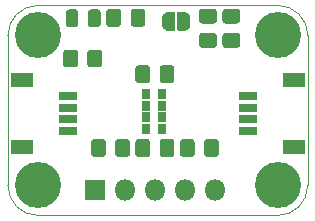
<source format=gbr>
%TF.GenerationSoftware,KiCad,Pcbnew,5.1.5+dfsg1-2~bpo10+1*%
%TF.CreationDate,Date%
%TF.ProjectId,Gesture Sensor,47657374-7572-4652-9053-656e736f722e,rev?*%
%TF.SameCoordinates,Original*%
%TF.FileFunction,Soldermask,Top*%
%TF.FilePolarity,Negative*%
%FSLAX45Y45*%
G04 Gerber Fmt 4.5, Leading zero omitted, Abs format (unit mm)*
G04 Created by KiCad*
%MOMM*%
%LPD*%
G04 APERTURE LIST*
%ADD10C,0.050000*%
%ADD11R,1.650000X0.700000*%
%ADD12R,1.900000X1.300000*%
%ADD13C,3.900000*%
%ADD14C,0.150000*%
%ADD15O,1.800000X1.800000*%
%ADD16R,1.800000X1.800000*%
%ADD17R,0.700000X0.820000*%
G04 APERTURE END LIST*
D10*
X13335000Y-6350000D02*
G75*
G02X13081000Y-6096000I0J254000D01*
G01*
X15367000Y-4572000D02*
G75*
G02X15621000Y-4826000I0J-254000D01*
G01*
X15621000Y-6096000D02*
G75*
G02X15367000Y-6350000I-254000J0D01*
G01*
X13081000Y-4826000D02*
G75*
G02X13335000Y-4572000I254000J0D01*
G01*
X13335000Y-4572000D02*
X15367000Y-4572000D01*
X13081000Y-4826000D02*
X13081000Y-6096000D01*
X15621000Y-4826000D02*
X15621000Y-6096000D01*
X13335000Y-6350000D02*
X15367000Y-6350000D01*
D11*
X13589000Y-5636400D03*
X13589000Y-5536400D03*
X13589000Y-5436400D03*
X13589000Y-5336400D03*
D12*
X13201500Y-5206400D03*
X13201500Y-5766400D03*
D11*
X15113000Y-5336400D03*
X15113000Y-5436400D03*
X15113000Y-5536400D03*
X15113000Y-5636400D03*
D12*
X15500500Y-5766400D03*
X15500500Y-5206400D03*
D13*
X15367000Y-6096000D03*
D14*
G36*
X14015610Y-4601851D02*
G01*
X14018247Y-4602242D01*
X14020834Y-4602890D01*
X14023345Y-4603789D01*
X14025756Y-4604929D01*
X14028043Y-4606300D01*
X14030185Y-4607888D01*
X14032161Y-4609679D01*
X14033952Y-4611655D01*
X14035540Y-4613797D01*
X14036911Y-4616084D01*
X14038051Y-4618495D01*
X14038950Y-4621006D01*
X14039598Y-4623593D01*
X14039989Y-4626230D01*
X14040120Y-4628894D01*
X14040120Y-4724546D01*
X14039989Y-4727210D01*
X14039598Y-4729848D01*
X14038950Y-4732434D01*
X14038051Y-4734945D01*
X14036911Y-4737356D01*
X14035540Y-4739643D01*
X14033952Y-4741785D01*
X14032161Y-4743761D01*
X14030185Y-4745552D01*
X14028043Y-4747140D01*
X14025756Y-4748511D01*
X14023345Y-4749652D01*
X14020834Y-4750550D01*
X14018247Y-4751198D01*
X14015610Y-4751589D01*
X14012946Y-4751720D01*
X13942294Y-4751720D01*
X13939630Y-4751589D01*
X13936992Y-4751198D01*
X13934406Y-4750550D01*
X13931895Y-4749652D01*
X13929484Y-4748511D01*
X13927197Y-4747140D01*
X13925055Y-4745552D01*
X13923079Y-4743761D01*
X13921288Y-4741785D01*
X13919700Y-4739643D01*
X13918329Y-4737356D01*
X13917188Y-4734945D01*
X13916290Y-4732434D01*
X13915642Y-4729848D01*
X13915251Y-4727210D01*
X13915120Y-4724546D01*
X13915120Y-4628894D01*
X13915251Y-4626230D01*
X13915642Y-4623593D01*
X13916290Y-4621006D01*
X13917188Y-4618495D01*
X13918329Y-4616084D01*
X13919700Y-4613797D01*
X13921288Y-4611655D01*
X13923079Y-4609679D01*
X13925055Y-4607888D01*
X13927197Y-4606300D01*
X13929484Y-4604929D01*
X13931895Y-4603789D01*
X13934406Y-4602890D01*
X13936992Y-4602242D01*
X13939630Y-4601851D01*
X13942294Y-4601720D01*
X14012946Y-4601720D01*
X14015610Y-4601851D01*
G37*
G36*
X14220610Y-4601851D02*
G01*
X14223247Y-4602242D01*
X14225834Y-4602890D01*
X14228345Y-4603789D01*
X14230756Y-4604929D01*
X14233043Y-4606300D01*
X14235185Y-4607888D01*
X14237161Y-4609679D01*
X14238952Y-4611655D01*
X14240540Y-4613797D01*
X14241911Y-4616084D01*
X14243051Y-4618495D01*
X14243950Y-4621006D01*
X14244598Y-4623593D01*
X14244989Y-4626230D01*
X14245120Y-4628894D01*
X14245120Y-4724546D01*
X14244989Y-4727210D01*
X14244598Y-4729848D01*
X14243950Y-4732434D01*
X14243051Y-4734945D01*
X14241911Y-4737356D01*
X14240540Y-4739643D01*
X14238952Y-4741785D01*
X14237161Y-4743761D01*
X14235185Y-4745552D01*
X14233043Y-4747140D01*
X14230756Y-4748511D01*
X14228345Y-4749652D01*
X14225834Y-4750550D01*
X14223247Y-4751198D01*
X14220610Y-4751589D01*
X14217946Y-4751720D01*
X14147294Y-4751720D01*
X14144630Y-4751589D01*
X14141992Y-4751198D01*
X14139406Y-4750550D01*
X14136895Y-4749652D01*
X14134484Y-4748511D01*
X14132197Y-4747140D01*
X14130055Y-4745552D01*
X14128079Y-4743761D01*
X14126288Y-4741785D01*
X14124700Y-4739643D01*
X14123329Y-4737356D01*
X14122188Y-4734945D01*
X14121290Y-4732434D01*
X14120642Y-4729848D01*
X14120251Y-4727210D01*
X14120120Y-4724546D01*
X14120120Y-4628894D01*
X14120251Y-4626230D01*
X14120642Y-4623593D01*
X14121290Y-4621006D01*
X14122188Y-4618495D01*
X14123329Y-4616084D01*
X14124700Y-4613797D01*
X14126288Y-4611655D01*
X14128079Y-4609679D01*
X14130055Y-4607888D01*
X14132197Y-4606300D01*
X14134484Y-4604929D01*
X14136895Y-4603789D01*
X14139406Y-4602890D01*
X14141992Y-4602242D01*
X14144630Y-4601851D01*
X14147294Y-4601720D01*
X14217946Y-4601720D01*
X14220610Y-4601851D01*
G37*
G36*
X14842910Y-5703631D02*
G01*
X14845547Y-5704022D01*
X14848134Y-5704670D01*
X14850645Y-5705568D01*
X14853056Y-5706709D01*
X14855343Y-5708080D01*
X14857485Y-5709668D01*
X14859461Y-5711459D01*
X14861252Y-5713435D01*
X14862840Y-5715577D01*
X14864211Y-5717864D01*
X14865351Y-5720275D01*
X14866250Y-5722786D01*
X14866898Y-5725372D01*
X14867289Y-5728010D01*
X14867420Y-5730674D01*
X14867420Y-5826326D01*
X14867289Y-5828990D01*
X14866898Y-5831627D01*
X14866250Y-5834214D01*
X14865351Y-5836725D01*
X14864211Y-5839136D01*
X14862840Y-5841423D01*
X14861252Y-5843565D01*
X14859461Y-5845541D01*
X14857485Y-5847332D01*
X14855343Y-5848920D01*
X14853056Y-5850291D01*
X14850645Y-5851431D01*
X14848134Y-5852330D01*
X14845547Y-5852978D01*
X14842910Y-5853369D01*
X14840246Y-5853500D01*
X14769594Y-5853500D01*
X14766930Y-5853369D01*
X14764292Y-5852978D01*
X14761706Y-5852330D01*
X14759195Y-5851431D01*
X14756784Y-5850291D01*
X14754497Y-5848920D01*
X14752355Y-5847332D01*
X14750379Y-5845541D01*
X14748588Y-5843565D01*
X14747000Y-5841423D01*
X14745629Y-5839136D01*
X14744488Y-5836725D01*
X14743590Y-5834214D01*
X14742942Y-5831627D01*
X14742551Y-5828990D01*
X14742420Y-5826326D01*
X14742420Y-5730674D01*
X14742551Y-5728010D01*
X14742942Y-5725372D01*
X14743590Y-5722786D01*
X14744488Y-5720275D01*
X14745629Y-5717864D01*
X14747000Y-5715577D01*
X14748588Y-5713435D01*
X14750379Y-5711459D01*
X14752355Y-5709668D01*
X14754497Y-5708080D01*
X14756784Y-5706709D01*
X14759195Y-5705568D01*
X14761706Y-5704670D01*
X14764292Y-5704022D01*
X14766930Y-5703631D01*
X14769594Y-5703500D01*
X14840246Y-5703500D01*
X14842910Y-5703631D01*
G37*
G36*
X14637910Y-5703631D02*
G01*
X14640547Y-5704022D01*
X14643134Y-5704670D01*
X14645645Y-5705568D01*
X14648056Y-5706709D01*
X14650343Y-5708080D01*
X14652485Y-5709668D01*
X14654461Y-5711459D01*
X14656252Y-5713435D01*
X14657840Y-5715577D01*
X14659211Y-5717864D01*
X14660351Y-5720275D01*
X14661250Y-5722786D01*
X14661898Y-5725372D01*
X14662289Y-5728010D01*
X14662420Y-5730674D01*
X14662420Y-5826326D01*
X14662289Y-5828990D01*
X14661898Y-5831627D01*
X14661250Y-5834214D01*
X14660351Y-5836725D01*
X14659211Y-5839136D01*
X14657840Y-5841423D01*
X14656252Y-5843565D01*
X14654461Y-5845541D01*
X14652485Y-5847332D01*
X14650343Y-5848920D01*
X14648056Y-5850291D01*
X14645645Y-5851431D01*
X14643134Y-5852330D01*
X14640547Y-5852978D01*
X14637910Y-5853369D01*
X14635246Y-5853500D01*
X14564594Y-5853500D01*
X14561930Y-5853369D01*
X14559292Y-5852978D01*
X14556706Y-5852330D01*
X14554195Y-5851431D01*
X14551784Y-5850291D01*
X14549497Y-5848920D01*
X14547355Y-5847332D01*
X14545379Y-5845541D01*
X14543588Y-5843565D01*
X14542000Y-5841423D01*
X14540629Y-5839136D01*
X14539488Y-5836725D01*
X14538590Y-5834214D01*
X14537942Y-5831627D01*
X14537551Y-5828990D01*
X14537420Y-5826326D01*
X14537420Y-5730674D01*
X14537551Y-5728010D01*
X14537942Y-5725372D01*
X14538590Y-5722786D01*
X14539488Y-5720275D01*
X14540629Y-5717864D01*
X14542000Y-5715577D01*
X14543588Y-5713435D01*
X14545379Y-5711459D01*
X14547355Y-5709668D01*
X14549497Y-5708080D01*
X14551784Y-5706709D01*
X14554195Y-5705568D01*
X14556706Y-5704670D01*
X14559292Y-5704022D01*
X14561930Y-5703631D01*
X14564594Y-5703500D01*
X14635246Y-5703500D01*
X14637910Y-5703631D01*
G37*
G36*
X15023790Y-4805171D02*
G01*
X15026427Y-4805562D01*
X15029014Y-4806210D01*
X15031525Y-4807109D01*
X15033936Y-4808249D01*
X15036223Y-4809620D01*
X15038365Y-4811208D01*
X15040341Y-4812999D01*
X15042132Y-4814975D01*
X15043720Y-4817117D01*
X15045091Y-4819404D01*
X15046231Y-4821815D01*
X15047130Y-4824326D01*
X15047778Y-4826913D01*
X15048169Y-4829550D01*
X15048300Y-4832214D01*
X15048300Y-4902866D01*
X15048169Y-4905530D01*
X15047778Y-4908168D01*
X15047130Y-4910754D01*
X15046231Y-4913265D01*
X15045091Y-4915676D01*
X15043720Y-4917963D01*
X15042132Y-4920105D01*
X15040341Y-4922081D01*
X15038365Y-4923872D01*
X15036223Y-4925460D01*
X15033936Y-4926831D01*
X15031525Y-4927972D01*
X15029014Y-4928870D01*
X15026427Y-4929518D01*
X15023790Y-4929909D01*
X15021126Y-4930040D01*
X14925474Y-4930040D01*
X14922810Y-4929909D01*
X14920172Y-4929518D01*
X14917586Y-4928870D01*
X14915075Y-4927972D01*
X14912664Y-4926831D01*
X14910377Y-4925460D01*
X14908235Y-4923872D01*
X14906259Y-4922081D01*
X14904468Y-4920105D01*
X14902880Y-4917963D01*
X14901509Y-4915676D01*
X14900368Y-4913265D01*
X14899470Y-4910754D01*
X14898822Y-4908168D01*
X14898431Y-4905530D01*
X14898300Y-4902866D01*
X14898300Y-4832214D01*
X14898431Y-4829550D01*
X14898822Y-4826913D01*
X14899470Y-4824326D01*
X14900368Y-4821815D01*
X14901509Y-4819404D01*
X14902880Y-4817117D01*
X14904468Y-4814975D01*
X14906259Y-4812999D01*
X14908235Y-4811208D01*
X14910377Y-4809620D01*
X14912664Y-4808249D01*
X14915075Y-4807109D01*
X14917586Y-4806210D01*
X14920172Y-4805562D01*
X14922810Y-4805171D01*
X14925474Y-4805040D01*
X15021126Y-4805040D01*
X15023790Y-4805171D01*
G37*
G36*
X15023790Y-4600171D02*
G01*
X15026427Y-4600562D01*
X15029014Y-4601210D01*
X15031525Y-4602109D01*
X15033936Y-4603249D01*
X15036223Y-4604620D01*
X15038365Y-4606208D01*
X15040341Y-4607999D01*
X15042132Y-4609975D01*
X15043720Y-4612117D01*
X15045091Y-4614404D01*
X15046231Y-4616815D01*
X15047130Y-4619326D01*
X15047778Y-4621913D01*
X15048169Y-4624550D01*
X15048300Y-4627214D01*
X15048300Y-4697866D01*
X15048169Y-4700530D01*
X15047778Y-4703168D01*
X15047130Y-4705754D01*
X15046231Y-4708265D01*
X15045091Y-4710676D01*
X15043720Y-4712963D01*
X15042132Y-4715105D01*
X15040341Y-4717081D01*
X15038365Y-4718872D01*
X15036223Y-4720460D01*
X15033936Y-4721831D01*
X15031525Y-4722972D01*
X15029014Y-4723870D01*
X15026427Y-4724518D01*
X15023790Y-4724909D01*
X15021126Y-4725040D01*
X14925474Y-4725040D01*
X14922810Y-4724909D01*
X14920172Y-4724518D01*
X14917586Y-4723870D01*
X14915075Y-4722972D01*
X14912664Y-4721831D01*
X14910377Y-4720460D01*
X14908235Y-4718872D01*
X14906259Y-4717081D01*
X14904468Y-4715105D01*
X14902880Y-4712963D01*
X14901509Y-4710676D01*
X14900368Y-4708265D01*
X14899470Y-4705754D01*
X14898822Y-4703168D01*
X14898431Y-4700530D01*
X14898300Y-4697866D01*
X14898300Y-4627214D01*
X14898431Y-4624550D01*
X14898822Y-4621913D01*
X14899470Y-4619326D01*
X14900368Y-4616815D01*
X14901509Y-4614404D01*
X14902880Y-4612117D01*
X14904468Y-4609975D01*
X14906259Y-4607999D01*
X14908235Y-4606208D01*
X14910377Y-4604620D01*
X14912664Y-4603249D01*
X14915075Y-4602109D01*
X14917586Y-4601210D01*
X14920172Y-4600562D01*
X14922810Y-4600171D01*
X14925474Y-4600040D01*
X15021126Y-4600040D01*
X15023790Y-4600171D01*
G37*
G36*
X14825670Y-4805171D02*
G01*
X14828307Y-4805562D01*
X14830894Y-4806210D01*
X14833405Y-4807109D01*
X14835816Y-4808249D01*
X14838103Y-4809620D01*
X14840245Y-4811208D01*
X14842221Y-4812999D01*
X14844012Y-4814975D01*
X14845600Y-4817117D01*
X14846971Y-4819404D01*
X14848111Y-4821815D01*
X14849010Y-4824326D01*
X14849658Y-4826913D01*
X14850049Y-4829550D01*
X14850180Y-4832214D01*
X14850180Y-4902866D01*
X14850049Y-4905530D01*
X14849658Y-4908168D01*
X14849010Y-4910754D01*
X14848111Y-4913265D01*
X14846971Y-4915676D01*
X14845600Y-4917963D01*
X14844012Y-4920105D01*
X14842221Y-4922081D01*
X14840245Y-4923872D01*
X14838103Y-4925460D01*
X14835816Y-4926831D01*
X14833405Y-4927972D01*
X14830894Y-4928870D01*
X14828307Y-4929518D01*
X14825670Y-4929909D01*
X14823006Y-4930040D01*
X14727354Y-4930040D01*
X14724690Y-4929909D01*
X14722052Y-4929518D01*
X14719466Y-4928870D01*
X14716955Y-4927972D01*
X14714544Y-4926831D01*
X14712257Y-4925460D01*
X14710115Y-4923872D01*
X14708139Y-4922081D01*
X14706348Y-4920105D01*
X14704760Y-4917963D01*
X14703389Y-4915676D01*
X14702248Y-4913265D01*
X14701350Y-4910754D01*
X14700702Y-4908168D01*
X14700311Y-4905530D01*
X14700180Y-4902866D01*
X14700180Y-4832214D01*
X14700311Y-4829550D01*
X14700702Y-4826913D01*
X14701350Y-4824326D01*
X14702248Y-4821815D01*
X14703389Y-4819404D01*
X14704760Y-4817117D01*
X14706348Y-4814975D01*
X14708139Y-4812999D01*
X14710115Y-4811208D01*
X14712257Y-4809620D01*
X14714544Y-4808249D01*
X14716955Y-4807109D01*
X14719466Y-4806210D01*
X14722052Y-4805562D01*
X14724690Y-4805171D01*
X14727354Y-4805040D01*
X14823006Y-4805040D01*
X14825670Y-4805171D01*
G37*
G36*
X14825670Y-4600171D02*
G01*
X14828307Y-4600562D01*
X14830894Y-4601210D01*
X14833405Y-4602109D01*
X14835816Y-4603249D01*
X14838103Y-4604620D01*
X14840245Y-4606208D01*
X14842221Y-4607999D01*
X14844012Y-4609975D01*
X14845600Y-4612117D01*
X14846971Y-4614404D01*
X14848111Y-4616815D01*
X14849010Y-4619326D01*
X14849658Y-4621913D01*
X14850049Y-4624550D01*
X14850180Y-4627214D01*
X14850180Y-4697866D01*
X14850049Y-4700530D01*
X14849658Y-4703168D01*
X14849010Y-4705754D01*
X14848111Y-4708265D01*
X14846971Y-4710676D01*
X14845600Y-4712963D01*
X14844012Y-4715105D01*
X14842221Y-4717081D01*
X14840245Y-4718872D01*
X14838103Y-4720460D01*
X14835816Y-4721831D01*
X14833405Y-4722972D01*
X14830894Y-4723870D01*
X14828307Y-4724518D01*
X14825670Y-4724909D01*
X14823006Y-4725040D01*
X14727354Y-4725040D01*
X14724690Y-4724909D01*
X14722052Y-4724518D01*
X14719466Y-4723870D01*
X14716955Y-4722972D01*
X14714544Y-4721831D01*
X14712257Y-4720460D01*
X14710115Y-4718872D01*
X14708139Y-4717081D01*
X14706348Y-4715105D01*
X14704760Y-4712963D01*
X14703389Y-4710676D01*
X14702248Y-4708265D01*
X14701350Y-4705754D01*
X14700702Y-4703168D01*
X14700311Y-4700530D01*
X14700180Y-4697866D01*
X14700180Y-4627214D01*
X14700311Y-4624550D01*
X14700702Y-4621913D01*
X14701350Y-4619326D01*
X14702248Y-4616815D01*
X14703389Y-4614404D01*
X14704760Y-4612117D01*
X14706348Y-4609975D01*
X14708139Y-4607999D01*
X14710115Y-4606208D01*
X14712257Y-4604620D01*
X14714544Y-4603249D01*
X14716955Y-4602109D01*
X14719466Y-4601210D01*
X14722052Y-4600562D01*
X14724690Y-4600171D01*
X14727354Y-4600040D01*
X14823006Y-4600040D01*
X14825670Y-4600171D01*
G37*
G36*
X14091810Y-5703631D02*
G01*
X14094447Y-5704022D01*
X14097034Y-5704670D01*
X14099545Y-5705568D01*
X14101956Y-5706709D01*
X14104243Y-5708080D01*
X14106385Y-5709668D01*
X14108361Y-5711459D01*
X14110152Y-5713435D01*
X14111740Y-5715577D01*
X14113111Y-5717864D01*
X14114251Y-5720275D01*
X14115150Y-5722786D01*
X14115798Y-5725372D01*
X14116189Y-5728010D01*
X14116320Y-5730674D01*
X14116320Y-5826326D01*
X14116189Y-5828990D01*
X14115798Y-5831627D01*
X14115150Y-5834214D01*
X14114251Y-5836725D01*
X14113111Y-5839136D01*
X14111740Y-5841423D01*
X14110152Y-5843565D01*
X14108361Y-5845541D01*
X14106385Y-5847332D01*
X14104243Y-5848920D01*
X14101956Y-5850291D01*
X14099545Y-5851431D01*
X14097034Y-5852330D01*
X14094447Y-5852978D01*
X14091810Y-5853369D01*
X14089146Y-5853500D01*
X14018494Y-5853500D01*
X14015830Y-5853369D01*
X14013192Y-5852978D01*
X14010606Y-5852330D01*
X14008095Y-5851431D01*
X14005684Y-5850291D01*
X14003397Y-5848920D01*
X14001255Y-5847332D01*
X13999279Y-5845541D01*
X13997488Y-5843565D01*
X13995900Y-5841423D01*
X13994529Y-5839136D01*
X13993388Y-5836725D01*
X13992490Y-5834214D01*
X13991842Y-5831627D01*
X13991451Y-5828990D01*
X13991320Y-5826326D01*
X13991320Y-5730674D01*
X13991451Y-5728010D01*
X13991842Y-5725372D01*
X13992490Y-5722786D01*
X13993388Y-5720275D01*
X13994529Y-5717864D01*
X13995900Y-5715577D01*
X13997488Y-5713435D01*
X13999279Y-5711459D01*
X14001255Y-5709668D01*
X14003397Y-5708080D01*
X14005684Y-5706709D01*
X14008095Y-5705568D01*
X14010606Y-5704670D01*
X14013192Y-5704022D01*
X14015830Y-5703631D01*
X14018494Y-5703500D01*
X14089146Y-5703500D01*
X14091810Y-5703631D01*
G37*
G36*
X13886810Y-5703631D02*
G01*
X13889447Y-5704022D01*
X13892034Y-5704670D01*
X13894545Y-5705568D01*
X13896956Y-5706709D01*
X13899243Y-5708080D01*
X13901385Y-5709668D01*
X13903361Y-5711459D01*
X13905152Y-5713435D01*
X13906740Y-5715577D01*
X13908111Y-5717864D01*
X13909251Y-5720275D01*
X13910150Y-5722786D01*
X13910798Y-5725372D01*
X13911189Y-5728010D01*
X13911320Y-5730674D01*
X13911320Y-5826326D01*
X13911189Y-5828990D01*
X13910798Y-5831627D01*
X13910150Y-5834214D01*
X13909251Y-5836725D01*
X13908111Y-5839136D01*
X13906740Y-5841423D01*
X13905152Y-5843565D01*
X13903361Y-5845541D01*
X13901385Y-5847332D01*
X13899243Y-5848920D01*
X13896956Y-5850291D01*
X13894545Y-5851431D01*
X13892034Y-5852330D01*
X13889447Y-5852978D01*
X13886810Y-5853369D01*
X13884146Y-5853500D01*
X13813494Y-5853500D01*
X13810830Y-5853369D01*
X13808192Y-5852978D01*
X13805606Y-5852330D01*
X13803095Y-5851431D01*
X13800684Y-5850291D01*
X13798397Y-5848920D01*
X13796255Y-5847332D01*
X13794279Y-5845541D01*
X13792488Y-5843565D01*
X13790900Y-5841423D01*
X13789529Y-5839136D01*
X13788388Y-5836725D01*
X13787490Y-5834214D01*
X13786842Y-5831627D01*
X13786451Y-5828990D01*
X13786320Y-5826326D01*
X13786320Y-5730674D01*
X13786451Y-5728010D01*
X13786842Y-5725372D01*
X13787490Y-5722786D01*
X13788388Y-5720275D01*
X13789529Y-5717864D01*
X13790900Y-5715577D01*
X13792488Y-5713435D01*
X13794279Y-5711459D01*
X13796255Y-5709668D01*
X13798397Y-5708080D01*
X13800684Y-5706709D01*
X13803095Y-5705568D01*
X13805606Y-5704670D01*
X13808192Y-5704022D01*
X13810830Y-5703631D01*
X13813494Y-5703500D01*
X13884146Y-5703500D01*
X13886810Y-5703631D01*
G37*
G36*
X14261990Y-5703631D02*
G01*
X14264627Y-5704022D01*
X14267214Y-5704670D01*
X14269725Y-5705568D01*
X14272136Y-5706709D01*
X14274423Y-5708080D01*
X14276565Y-5709668D01*
X14278541Y-5711459D01*
X14280332Y-5713435D01*
X14281920Y-5715577D01*
X14283291Y-5717864D01*
X14284431Y-5720275D01*
X14285330Y-5722786D01*
X14285978Y-5725372D01*
X14286369Y-5728010D01*
X14286500Y-5730674D01*
X14286500Y-5826326D01*
X14286369Y-5828990D01*
X14285978Y-5831627D01*
X14285330Y-5834214D01*
X14284431Y-5836725D01*
X14283291Y-5839136D01*
X14281920Y-5841423D01*
X14280332Y-5843565D01*
X14278541Y-5845541D01*
X14276565Y-5847332D01*
X14274423Y-5848920D01*
X14272136Y-5850291D01*
X14269725Y-5851431D01*
X14267214Y-5852330D01*
X14264627Y-5852978D01*
X14261990Y-5853369D01*
X14259326Y-5853500D01*
X14188674Y-5853500D01*
X14186010Y-5853369D01*
X14183372Y-5852978D01*
X14180786Y-5852330D01*
X14178275Y-5851431D01*
X14175864Y-5850291D01*
X14173577Y-5848920D01*
X14171435Y-5847332D01*
X14169459Y-5845541D01*
X14167668Y-5843565D01*
X14166080Y-5841423D01*
X14164709Y-5839136D01*
X14163568Y-5836725D01*
X14162670Y-5834214D01*
X14162022Y-5831627D01*
X14161631Y-5828990D01*
X14161500Y-5826326D01*
X14161500Y-5730674D01*
X14161631Y-5728010D01*
X14162022Y-5725372D01*
X14162670Y-5722786D01*
X14163568Y-5720275D01*
X14164709Y-5717864D01*
X14166080Y-5715577D01*
X14167668Y-5713435D01*
X14169459Y-5711459D01*
X14171435Y-5709668D01*
X14173577Y-5708080D01*
X14175864Y-5706709D01*
X14178275Y-5705568D01*
X14180786Y-5704670D01*
X14183372Y-5704022D01*
X14186010Y-5703631D01*
X14188674Y-5703500D01*
X14259326Y-5703500D01*
X14261990Y-5703631D01*
G37*
G36*
X14466990Y-5703631D02*
G01*
X14469627Y-5704022D01*
X14472214Y-5704670D01*
X14474725Y-5705568D01*
X14477136Y-5706709D01*
X14479423Y-5708080D01*
X14481565Y-5709668D01*
X14483541Y-5711459D01*
X14485332Y-5713435D01*
X14486920Y-5715577D01*
X14488291Y-5717864D01*
X14489431Y-5720275D01*
X14490330Y-5722786D01*
X14490978Y-5725372D01*
X14491369Y-5728010D01*
X14491500Y-5730674D01*
X14491500Y-5826326D01*
X14491369Y-5828990D01*
X14490978Y-5831627D01*
X14490330Y-5834214D01*
X14489431Y-5836725D01*
X14488291Y-5839136D01*
X14486920Y-5841423D01*
X14485332Y-5843565D01*
X14483541Y-5845541D01*
X14481565Y-5847332D01*
X14479423Y-5848920D01*
X14477136Y-5850291D01*
X14474725Y-5851431D01*
X14472214Y-5852330D01*
X14469627Y-5852978D01*
X14466990Y-5853369D01*
X14464326Y-5853500D01*
X14393674Y-5853500D01*
X14391010Y-5853369D01*
X14388372Y-5852978D01*
X14385786Y-5852330D01*
X14383275Y-5851431D01*
X14380864Y-5850291D01*
X14378577Y-5848920D01*
X14376435Y-5847332D01*
X14374459Y-5845541D01*
X14372668Y-5843565D01*
X14371080Y-5841423D01*
X14369709Y-5839136D01*
X14368568Y-5836725D01*
X14367670Y-5834214D01*
X14367022Y-5831627D01*
X14366631Y-5828990D01*
X14366500Y-5826326D01*
X14366500Y-5730674D01*
X14366631Y-5728010D01*
X14367022Y-5725372D01*
X14367670Y-5722786D01*
X14368568Y-5720275D01*
X14369709Y-5717864D01*
X14371080Y-5715577D01*
X14372668Y-5713435D01*
X14374459Y-5711459D01*
X14376435Y-5709668D01*
X14378577Y-5708080D01*
X14380864Y-5706709D01*
X14383275Y-5705568D01*
X14385786Y-5704670D01*
X14388372Y-5704022D01*
X14391010Y-5703631D01*
X14393674Y-5703500D01*
X14464326Y-5703500D01*
X14466990Y-5703631D01*
G37*
G36*
X14261990Y-5078791D02*
G01*
X14264627Y-5079182D01*
X14267214Y-5079830D01*
X14269725Y-5080729D01*
X14272136Y-5081869D01*
X14274423Y-5083240D01*
X14276565Y-5084828D01*
X14278541Y-5086619D01*
X14280332Y-5088595D01*
X14281920Y-5090737D01*
X14283291Y-5093024D01*
X14284431Y-5095435D01*
X14285330Y-5097946D01*
X14285978Y-5100533D01*
X14286369Y-5103170D01*
X14286500Y-5105834D01*
X14286500Y-5201486D01*
X14286369Y-5204150D01*
X14285978Y-5206788D01*
X14285330Y-5209374D01*
X14284431Y-5211885D01*
X14283291Y-5214296D01*
X14281920Y-5216583D01*
X14280332Y-5218725D01*
X14278541Y-5220701D01*
X14276565Y-5222492D01*
X14274423Y-5224080D01*
X14272136Y-5225451D01*
X14269725Y-5226592D01*
X14267214Y-5227490D01*
X14264627Y-5228138D01*
X14261990Y-5228529D01*
X14259326Y-5228660D01*
X14188674Y-5228660D01*
X14186010Y-5228529D01*
X14183372Y-5228138D01*
X14180786Y-5227490D01*
X14178275Y-5226592D01*
X14175864Y-5225451D01*
X14173577Y-5224080D01*
X14171435Y-5222492D01*
X14169459Y-5220701D01*
X14167668Y-5218725D01*
X14166080Y-5216583D01*
X14164709Y-5214296D01*
X14163568Y-5211885D01*
X14162670Y-5209374D01*
X14162022Y-5206788D01*
X14161631Y-5204150D01*
X14161500Y-5201486D01*
X14161500Y-5105834D01*
X14161631Y-5103170D01*
X14162022Y-5100533D01*
X14162670Y-5097946D01*
X14163568Y-5095435D01*
X14164709Y-5093024D01*
X14166080Y-5090737D01*
X14167668Y-5088595D01*
X14169459Y-5086619D01*
X14171435Y-5084828D01*
X14173577Y-5083240D01*
X14175864Y-5081869D01*
X14178275Y-5080729D01*
X14180786Y-5079830D01*
X14183372Y-5079182D01*
X14186010Y-5078791D01*
X14188674Y-5078660D01*
X14259326Y-5078660D01*
X14261990Y-5078791D01*
G37*
G36*
X14466990Y-5078791D02*
G01*
X14469627Y-5079182D01*
X14472214Y-5079830D01*
X14474725Y-5080729D01*
X14477136Y-5081869D01*
X14479423Y-5083240D01*
X14481565Y-5084828D01*
X14483541Y-5086619D01*
X14485332Y-5088595D01*
X14486920Y-5090737D01*
X14488291Y-5093024D01*
X14489431Y-5095435D01*
X14490330Y-5097946D01*
X14490978Y-5100533D01*
X14491369Y-5103170D01*
X14491500Y-5105834D01*
X14491500Y-5201486D01*
X14491369Y-5204150D01*
X14490978Y-5206788D01*
X14490330Y-5209374D01*
X14489431Y-5211885D01*
X14488291Y-5214296D01*
X14486920Y-5216583D01*
X14485332Y-5218725D01*
X14483541Y-5220701D01*
X14481565Y-5222492D01*
X14479423Y-5224080D01*
X14477136Y-5225451D01*
X14474725Y-5226592D01*
X14472214Y-5227490D01*
X14469627Y-5228138D01*
X14466990Y-5228529D01*
X14464326Y-5228660D01*
X14393674Y-5228660D01*
X14391010Y-5228529D01*
X14388372Y-5228138D01*
X14385786Y-5227490D01*
X14383275Y-5226592D01*
X14380864Y-5225451D01*
X14378577Y-5224080D01*
X14376435Y-5222492D01*
X14374459Y-5220701D01*
X14372668Y-5218725D01*
X14371080Y-5216583D01*
X14369709Y-5214296D01*
X14368568Y-5211885D01*
X14367670Y-5209374D01*
X14367022Y-5206788D01*
X14366631Y-5204150D01*
X14366500Y-5201486D01*
X14366500Y-5105834D01*
X14366631Y-5103170D01*
X14367022Y-5100533D01*
X14367670Y-5097946D01*
X14368568Y-5095435D01*
X14369709Y-5093024D01*
X14371080Y-5090737D01*
X14372668Y-5088595D01*
X14374459Y-5086619D01*
X14376435Y-5084828D01*
X14378577Y-5083240D01*
X14380864Y-5081869D01*
X14383275Y-5080729D01*
X14385786Y-5079830D01*
X14388372Y-5079182D01*
X14391010Y-5078791D01*
X14393674Y-5078660D01*
X14464326Y-5078660D01*
X14466990Y-5078791D01*
G37*
G36*
X13649850Y-4946711D02*
G01*
X13652487Y-4947102D01*
X13655074Y-4947750D01*
X13657585Y-4948649D01*
X13659996Y-4949789D01*
X13662283Y-4951160D01*
X13664425Y-4952748D01*
X13666401Y-4954539D01*
X13668192Y-4956515D01*
X13669780Y-4958657D01*
X13671151Y-4960944D01*
X13672291Y-4963355D01*
X13673190Y-4965866D01*
X13673838Y-4968453D01*
X13674229Y-4971090D01*
X13674360Y-4973754D01*
X13674360Y-5069406D01*
X13674229Y-5072070D01*
X13673838Y-5074708D01*
X13673190Y-5077294D01*
X13672291Y-5079805D01*
X13671151Y-5082216D01*
X13669780Y-5084503D01*
X13668192Y-5086645D01*
X13666401Y-5088621D01*
X13664425Y-5090412D01*
X13662283Y-5092000D01*
X13659996Y-5093371D01*
X13657585Y-5094512D01*
X13655074Y-5095410D01*
X13652487Y-5096058D01*
X13649850Y-5096449D01*
X13647186Y-5096580D01*
X13576534Y-5096580D01*
X13573870Y-5096449D01*
X13571232Y-5096058D01*
X13568646Y-5095410D01*
X13566135Y-5094512D01*
X13563724Y-5093371D01*
X13561437Y-5092000D01*
X13559295Y-5090412D01*
X13557319Y-5088621D01*
X13555528Y-5086645D01*
X13553940Y-5084503D01*
X13552569Y-5082216D01*
X13551428Y-5079805D01*
X13550530Y-5077294D01*
X13549882Y-5074708D01*
X13549491Y-5072070D01*
X13549360Y-5069406D01*
X13549360Y-4973754D01*
X13549491Y-4971090D01*
X13549882Y-4968453D01*
X13550530Y-4965866D01*
X13551428Y-4963355D01*
X13552569Y-4960944D01*
X13553940Y-4958657D01*
X13555528Y-4956515D01*
X13557319Y-4954539D01*
X13559295Y-4952748D01*
X13561437Y-4951160D01*
X13563724Y-4949789D01*
X13566135Y-4948649D01*
X13568646Y-4947750D01*
X13571232Y-4947102D01*
X13573870Y-4946711D01*
X13576534Y-4946580D01*
X13647186Y-4946580D01*
X13649850Y-4946711D01*
G37*
G36*
X13854850Y-4946711D02*
G01*
X13857487Y-4947102D01*
X13860074Y-4947750D01*
X13862585Y-4948649D01*
X13864996Y-4949789D01*
X13867283Y-4951160D01*
X13869425Y-4952748D01*
X13871401Y-4954539D01*
X13873192Y-4956515D01*
X13874780Y-4958657D01*
X13876151Y-4960944D01*
X13877291Y-4963355D01*
X13878190Y-4965866D01*
X13878838Y-4968453D01*
X13879229Y-4971090D01*
X13879360Y-4973754D01*
X13879360Y-5069406D01*
X13879229Y-5072070D01*
X13878838Y-5074708D01*
X13878190Y-5077294D01*
X13877291Y-5079805D01*
X13876151Y-5082216D01*
X13874780Y-5084503D01*
X13873192Y-5086645D01*
X13871401Y-5088621D01*
X13869425Y-5090412D01*
X13867283Y-5092000D01*
X13864996Y-5093371D01*
X13862585Y-5094512D01*
X13860074Y-5095410D01*
X13857487Y-5096058D01*
X13854850Y-5096449D01*
X13852186Y-5096580D01*
X13781534Y-5096580D01*
X13778870Y-5096449D01*
X13776232Y-5096058D01*
X13773646Y-5095410D01*
X13771135Y-5094512D01*
X13768724Y-5093371D01*
X13766437Y-5092000D01*
X13764295Y-5090412D01*
X13762319Y-5088621D01*
X13760528Y-5086645D01*
X13758940Y-5084503D01*
X13757569Y-5082216D01*
X13756428Y-5079805D01*
X13755530Y-5077294D01*
X13754882Y-5074708D01*
X13754491Y-5072070D01*
X13754360Y-5069406D01*
X13754360Y-4973754D01*
X13754491Y-4971090D01*
X13754882Y-4968453D01*
X13755530Y-4965866D01*
X13756428Y-4963355D01*
X13757569Y-4960944D01*
X13758940Y-4958657D01*
X13760528Y-4956515D01*
X13762319Y-4954539D01*
X13764295Y-4952748D01*
X13766437Y-4951160D01*
X13768724Y-4949789D01*
X13771135Y-4948649D01*
X13773646Y-4947750D01*
X13776232Y-4947102D01*
X13778870Y-4946711D01*
X13781534Y-4946580D01*
X13852186Y-4946580D01*
X13854850Y-4946711D01*
G37*
D15*
X14835000Y-6131000D03*
X14581000Y-6131000D03*
X14327000Y-6131000D03*
X14073000Y-6131000D03*
D16*
X13819000Y-6131000D03*
D13*
X13335000Y-6096000D03*
X13335000Y-4826000D03*
X15367000Y-4826000D03*
D14*
G36*
X14521464Y-4786624D02*
G01*
X14520527Y-4786339D01*
X14519662Y-4785877D01*
X14518904Y-4785256D01*
X14518283Y-4784498D01*
X14517821Y-4783633D01*
X14517536Y-4782696D01*
X14517440Y-4781720D01*
X14517440Y-4631720D01*
X14517536Y-4630745D01*
X14517821Y-4629807D01*
X14518283Y-4628942D01*
X14518904Y-4628185D01*
X14519662Y-4627563D01*
X14520527Y-4627101D01*
X14521464Y-4626816D01*
X14522440Y-4626720D01*
X14572440Y-4626720D01*
X14573051Y-4626780D01*
X14574893Y-4626780D01*
X14575383Y-4626804D01*
X14580267Y-4627285D01*
X14580752Y-4627357D01*
X14585564Y-4628315D01*
X14586040Y-4628434D01*
X14590736Y-4629858D01*
X14591198Y-4630023D01*
X14595731Y-4631901D01*
X14596175Y-4632111D01*
X14600502Y-4634424D01*
X14600923Y-4634676D01*
X14605003Y-4637402D01*
X14605397Y-4637695D01*
X14609190Y-4640807D01*
X14609553Y-4641137D01*
X14613023Y-4644607D01*
X14613353Y-4644970D01*
X14616465Y-4648763D01*
X14616758Y-4649157D01*
X14619484Y-4653237D01*
X14619736Y-4653658D01*
X14622049Y-4657985D01*
X14622259Y-4658429D01*
X14624137Y-4662962D01*
X14624302Y-4663424D01*
X14625726Y-4668120D01*
X14625845Y-4668596D01*
X14626803Y-4673408D01*
X14626875Y-4673893D01*
X14627356Y-4678777D01*
X14627380Y-4679267D01*
X14627380Y-4681109D01*
X14627440Y-4681720D01*
X14627440Y-4731720D01*
X14627380Y-4732331D01*
X14627380Y-4734173D01*
X14627356Y-4734664D01*
X14626875Y-4739547D01*
X14626803Y-4740032D01*
X14625845Y-4744844D01*
X14625726Y-4745321D01*
X14624302Y-4750016D01*
X14624137Y-4750478D01*
X14622259Y-4755011D01*
X14622049Y-4755455D01*
X14619736Y-4759782D01*
X14619484Y-4760203D01*
X14616758Y-4764283D01*
X14616465Y-4764677D01*
X14613353Y-4768470D01*
X14613023Y-4768833D01*
X14609553Y-4772303D01*
X14609190Y-4772633D01*
X14605397Y-4775745D01*
X14605003Y-4776038D01*
X14600923Y-4778764D01*
X14600502Y-4779016D01*
X14596175Y-4781329D01*
X14595731Y-4781539D01*
X14591198Y-4783417D01*
X14590736Y-4783582D01*
X14586040Y-4785006D01*
X14585564Y-4785126D01*
X14580752Y-4786083D01*
X14580267Y-4786155D01*
X14575383Y-4786636D01*
X14574893Y-4786660D01*
X14573051Y-4786660D01*
X14572440Y-4786720D01*
X14522440Y-4786720D01*
X14521464Y-4786624D01*
G37*
G36*
X14441829Y-4786660D02*
G01*
X14439987Y-4786660D01*
X14439496Y-4786636D01*
X14434613Y-4786155D01*
X14434128Y-4786083D01*
X14429316Y-4785126D01*
X14428839Y-4785006D01*
X14424144Y-4783582D01*
X14423682Y-4783417D01*
X14419149Y-4781539D01*
X14418705Y-4781329D01*
X14414378Y-4779016D01*
X14413957Y-4778764D01*
X14409877Y-4776038D01*
X14409483Y-4775745D01*
X14405690Y-4772633D01*
X14405327Y-4772303D01*
X14401857Y-4768833D01*
X14401527Y-4768470D01*
X14398415Y-4764677D01*
X14398122Y-4764283D01*
X14395396Y-4760203D01*
X14395144Y-4759782D01*
X14392831Y-4755455D01*
X14392621Y-4755011D01*
X14390743Y-4750478D01*
X14390578Y-4750016D01*
X14389154Y-4745321D01*
X14389034Y-4744844D01*
X14388077Y-4740032D01*
X14388005Y-4739547D01*
X14387524Y-4734664D01*
X14387500Y-4734173D01*
X14387500Y-4732331D01*
X14387440Y-4731720D01*
X14387440Y-4681720D01*
X14387500Y-4681109D01*
X14387500Y-4679267D01*
X14387524Y-4678777D01*
X14388005Y-4673893D01*
X14388077Y-4673408D01*
X14389034Y-4668596D01*
X14389154Y-4668120D01*
X14390578Y-4663424D01*
X14390743Y-4662962D01*
X14392621Y-4658429D01*
X14392831Y-4657985D01*
X14395144Y-4653658D01*
X14395396Y-4653237D01*
X14398122Y-4649157D01*
X14398415Y-4648763D01*
X14401527Y-4644970D01*
X14401857Y-4644607D01*
X14405327Y-4641137D01*
X14405690Y-4640807D01*
X14409483Y-4637695D01*
X14409877Y-4637402D01*
X14413957Y-4634676D01*
X14414378Y-4634424D01*
X14418705Y-4632111D01*
X14419149Y-4631901D01*
X14423682Y-4630023D01*
X14424144Y-4629858D01*
X14428839Y-4628434D01*
X14429316Y-4628315D01*
X14434128Y-4627357D01*
X14434613Y-4627285D01*
X14439496Y-4626804D01*
X14439987Y-4626780D01*
X14441829Y-4626780D01*
X14442440Y-4626720D01*
X14492440Y-4626720D01*
X14493415Y-4626816D01*
X14494353Y-4627101D01*
X14495218Y-4627563D01*
X14495975Y-4628185D01*
X14496597Y-4628942D01*
X14497059Y-4629807D01*
X14497344Y-4630745D01*
X14497440Y-4631720D01*
X14497440Y-4781720D01*
X14497344Y-4782696D01*
X14497059Y-4783633D01*
X14496597Y-4784498D01*
X14495975Y-4785256D01*
X14495218Y-4785877D01*
X14494353Y-4786339D01*
X14493415Y-4786624D01*
X14492440Y-4786720D01*
X14442440Y-4786720D01*
X14441829Y-4786660D01*
G37*
G36*
X13841799Y-4606349D02*
G01*
X13844408Y-4606736D01*
X13846966Y-4607377D01*
X13849450Y-4608266D01*
X13851834Y-4609393D01*
X13854096Y-4610749D01*
X13856214Y-4612320D01*
X13858168Y-4614092D01*
X13859940Y-4616046D01*
X13861511Y-4618164D01*
X13862867Y-4620426D01*
X13863994Y-4622810D01*
X13864883Y-4625294D01*
X13865524Y-4627852D01*
X13865911Y-4630461D01*
X13866040Y-4633095D01*
X13866040Y-4729345D01*
X13865911Y-4731979D01*
X13865524Y-4734588D01*
X13864883Y-4737146D01*
X13863994Y-4739630D01*
X13862867Y-4742014D01*
X13861511Y-4744276D01*
X13859940Y-4746394D01*
X13858168Y-4748349D01*
X13856214Y-4750120D01*
X13854096Y-4751691D01*
X13851834Y-4753047D01*
X13849450Y-4754174D01*
X13846966Y-4755063D01*
X13844408Y-4755704D01*
X13841799Y-4756091D01*
X13839165Y-4756220D01*
X13785415Y-4756220D01*
X13782781Y-4756091D01*
X13780172Y-4755704D01*
X13777614Y-4755063D01*
X13775130Y-4754174D01*
X13772746Y-4753047D01*
X13770484Y-4751691D01*
X13768366Y-4750120D01*
X13766411Y-4748349D01*
X13764640Y-4746394D01*
X13763069Y-4744276D01*
X13761713Y-4742014D01*
X13760586Y-4739630D01*
X13759697Y-4737146D01*
X13759056Y-4734588D01*
X13758669Y-4731979D01*
X13758540Y-4729345D01*
X13758540Y-4633095D01*
X13758669Y-4630461D01*
X13759056Y-4627852D01*
X13759697Y-4625294D01*
X13760586Y-4622810D01*
X13761713Y-4620426D01*
X13763069Y-4618164D01*
X13764640Y-4616046D01*
X13766411Y-4614092D01*
X13768366Y-4612320D01*
X13770484Y-4610749D01*
X13772746Y-4609393D01*
X13775130Y-4608266D01*
X13777614Y-4607377D01*
X13780172Y-4606736D01*
X13782781Y-4606349D01*
X13785415Y-4606220D01*
X13839165Y-4606220D01*
X13841799Y-4606349D01*
G37*
G36*
X13654299Y-4606349D02*
G01*
X13656908Y-4606736D01*
X13659466Y-4607377D01*
X13661950Y-4608266D01*
X13664334Y-4609393D01*
X13666596Y-4610749D01*
X13668714Y-4612320D01*
X13670668Y-4614092D01*
X13672440Y-4616046D01*
X13674011Y-4618164D01*
X13675367Y-4620426D01*
X13676494Y-4622810D01*
X13677383Y-4625294D01*
X13678024Y-4627852D01*
X13678411Y-4630461D01*
X13678540Y-4633095D01*
X13678540Y-4729345D01*
X13678411Y-4731979D01*
X13678024Y-4734588D01*
X13677383Y-4737146D01*
X13676494Y-4739630D01*
X13675367Y-4742014D01*
X13674011Y-4744276D01*
X13672440Y-4746394D01*
X13670668Y-4748349D01*
X13668714Y-4750120D01*
X13666596Y-4751691D01*
X13664334Y-4753047D01*
X13661950Y-4754174D01*
X13659466Y-4755063D01*
X13656908Y-4755704D01*
X13654299Y-4756091D01*
X13651665Y-4756220D01*
X13597915Y-4756220D01*
X13595281Y-4756091D01*
X13592672Y-4755704D01*
X13590114Y-4755063D01*
X13587630Y-4754174D01*
X13585246Y-4753047D01*
X13582984Y-4751691D01*
X13580866Y-4750120D01*
X13578911Y-4748349D01*
X13577140Y-4746394D01*
X13575569Y-4744276D01*
X13574213Y-4742014D01*
X13573086Y-4739630D01*
X13572197Y-4737146D01*
X13571556Y-4734588D01*
X13571169Y-4731979D01*
X13571040Y-4729345D01*
X13571040Y-4633095D01*
X13571169Y-4630461D01*
X13571556Y-4627852D01*
X13572197Y-4625294D01*
X13573086Y-4622810D01*
X13574213Y-4620426D01*
X13575569Y-4618164D01*
X13577140Y-4616046D01*
X13578911Y-4614092D01*
X13580866Y-4612320D01*
X13582984Y-4610749D01*
X13585246Y-4609393D01*
X13587630Y-4608266D01*
X13590114Y-4607377D01*
X13592672Y-4606736D01*
X13595281Y-4606349D01*
X13597915Y-4606220D01*
X13651665Y-4606220D01*
X13654299Y-4606349D01*
G37*
D17*
X14387980Y-5614120D03*
X14387980Y-5517120D03*
X14387980Y-5420120D03*
X14387980Y-5323120D03*
X14247980Y-5323120D03*
X14247980Y-5420120D03*
X14247980Y-5517120D03*
X14247980Y-5614120D03*
M02*

</source>
